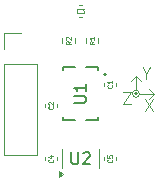
<source format=gbr>
%TF.GenerationSoftware,KiCad,Pcbnew,9.0.2*%
%TF.CreationDate,2026-01-04T09:32:38+09:00*%
%TF.ProjectId,BMI088,424d4930-3838-42e6-9b69-6361645f7063,rev?*%
%TF.SameCoordinates,Original*%
%TF.FileFunction,Legend,Top*%
%TF.FilePolarity,Positive*%
%FSLAX46Y46*%
G04 Gerber Fmt 4.6, Leading zero omitted, Abs format (unit mm)*
G04 Created by KiCad (PCBNEW 9.0.2) date 2026-01-04 09:32:38*
%MOMM*%
%LPD*%
G01*
G04 APERTURE LIST*
%ADD10C,0.100000*%
%ADD11C,0.150000*%
%ADD12C,0.060000*%
%ADD13C,0.200000*%
%ADD14C,0.127000*%
%ADD15C,0.120000*%
G04 APERTURE END LIST*
D10*
X110108646Y-58872419D02*
X110775312Y-58872419D01*
X110775312Y-58872419D02*
X110108646Y-59872419D01*
X110108646Y-59872419D02*
X110775312Y-59872419D01*
D11*
X111275000Y-59000000D02*
G75*
G02*
X111125000Y-59000000I-75000J0D01*
G01*
X111125000Y-59000000D02*
G75*
G02*
X111275000Y-59000000I75000J0D01*
G01*
D10*
X111500000Y-59000000D02*
G75*
G02*
X110900000Y-59000000I-300000J0D01*
G01*
X110900000Y-59000000D02*
G75*
G02*
X111500000Y-59000000I300000J0D01*
G01*
X112094360Y-57296228D02*
X112094360Y-57772419D01*
X111761027Y-56772419D02*
X112094360Y-57296228D01*
X112094360Y-57296228D02*
X112427693Y-56772419D01*
X111200000Y-57500000D02*
X110800000Y-57900000D01*
X111200000Y-58700000D02*
X111200000Y-57500000D01*
X111200000Y-57500000D02*
X111600000Y-57900000D01*
X112008646Y-59472419D02*
X112675312Y-60472419D01*
X112675312Y-59472419D02*
X112008646Y-60472419D01*
X112700000Y-59000000D02*
X112300000Y-58600000D01*
X112700000Y-59000000D02*
X112300000Y-59400000D01*
X111500000Y-59000000D02*
X112700000Y-59000000D01*
D11*
X105954819Y-59761904D02*
X106764342Y-59761904D01*
X106764342Y-59761904D02*
X106859580Y-59714285D01*
X106859580Y-59714285D02*
X106907200Y-59666666D01*
X106907200Y-59666666D02*
X106954819Y-59571428D01*
X106954819Y-59571428D02*
X106954819Y-59380952D01*
X106954819Y-59380952D02*
X106907200Y-59285714D01*
X106907200Y-59285714D02*
X106859580Y-59238095D01*
X106859580Y-59238095D02*
X106764342Y-59190476D01*
X106764342Y-59190476D02*
X105954819Y-59190476D01*
X106954819Y-58190476D02*
X106954819Y-58761904D01*
X106954819Y-58476190D02*
X105954819Y-58476190D01*
X105954819Y-58476190D02*
X106097676Y-58571428D01*
X106097676Y-58571428D02*
X106192914Y-58666666D01*
X106192914Y-58666666D02*
X106240533Y-58761904D01*
D12*
X109143832Y-64566666D02*
X109162880Y-64585714D01*
X109162880Y-64585714D02*
X109181927Y-64642856D01*
X109181927Y-64642856D02*
X109181927Y-64680952D01*
X109181927Y-64680952D02*
X109162880Y-64738095D01*
X109162880Y-64738095D02*
X109124784Y-64776190D01*
X109124784Y-64776190D02*
X109086689Y-64795237D01*
X109086689Y-64795237D02*
X109010499Y-64814285D01*
X109010499Y-64814285D02*
X108953356Y-64814285D01*
X108953356Y-64814285D02*
X108877165Y-64795237D01*
X108877165Y-64795237D02*
X108839070Y-64776190D01*
X108839070Y-64776190D02*
X108800975Y-64738095D01*
X108800975Y-64738095D02*
X108781927Y-64680952D01*
X108781927Y-64680952D02*
X108781927Y-64642856D01*
X108781927Y-64642856D02*
X108800975Y-64585714D01*
X108800975Y-64585714D02*
X108820022Y-64566666D01*
X108781927Y-64204761D02*
X108781927Y-64395237D01*
X108781927Y-64395237D02*
X108972403Y-64414285D01*
X108972403Y-64414285D02*
X108953356Y-64395237D01*
X108953356Y-64395237D02*
X108934308Y-64357142D01*
X108934308Y-64357142D02*
X108934308Y-64261904D01*
X108934308Y-64261904D02*
X108953356Y-64223809D01*
X108953356Y-64223809D02*
X108972403Y-64204761D01*
X108972403Y-64204761D02*
X109010499Y-64185714D01*
X109010499Y-64185714D02*
X109105737Y-64185714D01*
X109105737Y-64185714D02*
X109143832Y-64204761D01*
X109143832Y-64204761D02*
X109162880Y-64223809D01*
X109162880Y-64223809D02*
X109181927Y-64261904D01*
X109181927Y-64261904D02*
X109181927Y-64357142D01*
X109181927Y-64357142D02*
X109162880Y-64395237D01*
X109162880Y-64395237D02*
X109143832Y-64414285D01*
X104143832Y-64566666D02*
X104162880Y-64585714D01*
X104162880Y-64585714D02*
X104181927Y-64642856D01*
X104181927Y-64642856D02*
X104181927Y-64680952D01*
X104181927Y-64680952D02*
X104162880Y-64738095D01*
X104162880Y-64738095D02*
X104124784Y-64776190D01*
X104124784Y-64776190D02*
X104086689Y-64795237D01*
X104086689Y-64795237D02*
X104010499Y-64814285D01*
X104010499Y-64814285D02*
X103953356Y-64814285D01*
X103953356Y-64814285D02*
X103877165Y-64795237D01*
X103877165Y-64795237D02*
X103839070Y-64776190D01*
X103839070Y-64776190D02*
X103800975Y-64738095D01*
X103800975Y-64738095D02*
X103781927Y-64680952D01*
X103781927Y-64680952D02*
X103781927Y-64642856D01*
X103781927Y-64642856D02*
X103800975Y-64585714D01*
X103800975Y-64585714D02*
X103820022Y-64566666D01*
X103915260Y-64223809D02*
X104181927Y-64223809D01*
X103762880Y-64319047D02*
X104048594Y-64414285D01*
X104048594Y-64414285D02*
X104048594Y-64166666D01*
X106433333Y-52143832D02*
X106414285Y-52162880D01*
X106414285Y-52162880D02*
X106357143Y-52181927D01*
X106357143Y-52181927D02*
X106319047Y-52181927D01*
X106319047Y-52181927D02*
X106261904Y-52162880D01*
X106261904Y-52162880D02*
X106223809Y-52124784D01*
X106223809Y-52124784D02*
X106204762Y-52086689D01*
X106204762Y-52086689D02*
X106185714Y-52010499D01*
X106185714Y-52010499D02*
X106185714Y-51953356D01*
X106185714Y-51953356D02*
X106204762Y-51877165D01*
X106204762Y-51877165D02*
X106223809Y-51839070D01*
X106223809Y-51839070D02*
X106261904Y-51800975D01*
X106261904Y-51800975D02*
X106319047Y-51781927D01*
X106319047Y-51781927D02*
X106357143Y-51781927D01*
X106357143Y-51781927D02*
X106414285Y-51800975D01*
X106414285Y-51800975D02*
X106433333Y-51820022D01*
X106566666Y-51781927D02*
X106814285Y-51781927D01*
X106814285Y-51781927D02*
X106680952Y-51934308D01*
X106680952Y-51934308D02*
X106738095Y-51934308D01*
X106738095Y-51934308D02*
X106776190Y-51953356D01*
X106776190Y-51953356D02*
X106795238Y-51972403D01*
X106795238Y-51972403D02*
X106814285Y-52010499D01*
X106814285Y-52010499D02*
X106814285Y-52105737D01*
X106814285Y-52105737D02*
X106795238Y-52143832D01*
X106795238Y-52143832D02*
X106776190Y-52162880D01*
X106776190Y-52162880D02*
X106738095Y-52181927D01*
X106738095Y-52181927D02*
X106623809Y-52181927D01*
X106623809Y-52181927D02*
X106585714Y-52162880D01*
X106585714Y-52162880D02*
X106566666Y-52143832D01*
X104143832Y-60066666D02*
X104162880Y-60085714D01*
X104162880Y-60085714D02*
X104181927Y-60142856D01*
X104181927Y-60142856D02*
X104181927Y-60180952D01*
X104181927Y-60180952D02*
X104162880Y-60238095D01*
X104162880Y-60238095D02*
X104124784Y-60276190D01*
X104124784Y-60276190D02*
X104086689Y-60295237D01*
X104086689Y-60295237D02*
X104010499Y-60314285D01*
X104010499Y-60314285D02*
X103953356Y-60314285D01*
X103953356Y-60314285D02*
X103877165Y-60295237D01*
X103877165Y-60295237D02*
X103839070Y-60276190D01*
X103839070Y-60276190D02*
X103800975Y-60238095D01*
X103800975Y-60238095D02*
X103781927Y-60180952D01*
X103781927Y-60180952D02*
X103781927Y-60142856D01*
X103781927Y-60142856D02*
X103800975Y-60085714D01*
X103800975Y-60085714D02*
X103820022Y-60066666D01*
X103820022Y-59914285D02*
X103800975Y-59895237D01*
X103800975Y-59895237D02*
X103781927Y-59857142D01*
X103781927Y-59857142D02*
X103781927Y-59761904D01*
X103781927Y-59761904D02*
X103800975Y-59723809D01*
X103800975Y-59723809D02*
X103820022Y-59704761D01*
X103820022Y-59704761D02*
X103858118Y-59685714D01*
X103858118Y-59685714D02*
X103896213Y-59685714D01*
X103896213Y-59685714D02*
X103953356Y-59704761D01*
X103953356Y-59704761D02*
X104181927Y-59933333D01*
X104181927Y-59933333D02*
X104181927Y-59685714D01*
X109143832Y-58266666D02*
X109162880Y-58285714D01*
X109162880Y-58285714D02*
X109181927Y-58342856D01*
X109181927Y-58342856D02*
X109181927Y-58380952D01*
X109181927Y-58380952D02*
X109162880Y-58438095D01*
X109162880Y-58438095D02*
X109124784Y-58476190D01*
X109124784Y-58476190D02*
X109086689Y-58495237D01*
X109086689Y-58495237D02*
X109010499Y-58514285D01*
X109010499Y-58514285D02*
X108953356Y-58514285D01*
X108953356Y-58514285D02*
X108877165Y-58495237D01*
X108877165Y-58495237D02*
X108839070Y-58476190D01*
X108839070Y-58476190D02*
X108800975Y-58438095D01*
X108800975Y-58438095D02*
X108781927Y-58380952D01*
X108781927Y-58380952D02*
X108781927Y-58342856D01*
X108781927Y-58342856D02*
X108800975Y-58285714D01*
X108800975Y-58285714D02*
X108820022Y-58266666D01*
X109181927Y-57885714D02*
X109181927Y-58114285D01*
X109181927Y-57999999D02*
X108781927Y-57999999D01*
X108781927Y-57999999D02*
X108839070Y-58038095D01*
X108839070Y-58038095D02*
X108877165Y-58076190D01*
X108877165Y-58076190D02*
X108896213Y-58114285D01*
D11*
X105738095Y-63954819D02*
X105738095Y-64764342D01*
X105738095Y-64764342D02*
X105785714Y-64859580D01*
X105785714Y-64859580D02*
X105833333Y-64907200D01*
X105833333Y-64907200D02*
X105928571Y-64954819D01*
X105928571Y-64954819D02*
X106119047Y-64954819D01*
X106119047Y-64954819D02*
X106214285Y-64907200D01*
X106214285Y-64907200D02*
X106261904Y-64859580D01*
X106261904Y-64859580D02*
X106309523Y-64764342D01*
X106309523Y-64764342D02*
X106309523Y-63954819D01*
X106738095Y-64050057D02*
X106785714Y-64002438D01*
X106785714Y-64002438D02*
X106880952Y-63954819D01*
X106880952Y-63954819D02*
X107119047Y-63954819D01*
X107119047Y-63954819D02*
X107214285Y-64002438D01*
X107214285Y-64002438D02*
X107261904Y-64050057D01*
X107261904Y-64050057D02*
X107309523Y-64145295D01*
X107309523Y-64145295D02*
X107309523Y-64240533D01*
X107309523Y-64240533D02*
X107261904Y-64383390D01*
X107261904Y-64383390D02*
X106690476Y-64954819D01*
X106690476Y-64954819D02*
X107309523Y-64954819D01*
D12*
X105681927Y-54566666D02*
X105491451Y-54699999D01*
X105681927Y-54795237D02*
X105281927Y-54795237D01*
X105281927Y-54795237D02*
X105281927Y-54642856D01*
X105281927Y-54642856D02*
X105300975Y-54604761D01*
X105300975Y-54604761D02*
X105320022Y-54585714D01*
X105320022Y-54585714D02*
X105358118Y-54566666D01*
X105358118Y-54566666D02*
X105415260Y-54566666D01*
X105415260Y-54566666D02*
X105453356Y-54585714D01*
X105453356Y-54585714D02*
X105472403Y-54604761D01*
X105472403Y-54604761D02*
X105491451Y-54642856D01*
X105491451Y-54642856D02*
X105491451Y-54795237D01*
X105320022Y-54414285D02*
X105300975Y-54395237D01*
X105300975Y-54395237D02*
X105281927Y-54357142D01*
X105281927Y-54357142D02*
X105281927Y-54261904D01*
X105281927Y-54261904D02*
X105300975Y-54223809D01*
X105300975Y-54223809D02*
X105320022Y-54204761D01*
X105320022Y-54204761D02*
X105358118Y-54185714D01*
X105358118Y-54185714D02*
X105396213Y-54185714D01*
X105396213Y-54185714D02*
X105453356Y-54204761D01*
X105453356Y-54204761D02*
X105681927Y-54433333D01*
X105681927Y-54433333D02*
X105681927Y-54185714D01*
X107681927Y-54566666D02*
X107491451Y-54699999D01*
X107681927Y-54795237D02*
X107281927Y-54795237D01*
X107281927Y-54795237D02*
X107281927Y-54642856D01*
X107281927Y-54642856D02*
X107300975Y-54604761D01*
X107300975Y-54604761D02*
X107320022Y-54585714D01*
X107320022Y-54585714D02*
X107358118Y-54566666D01*
X107358118Y-54566666D02*
X107415260Y-54566666D01*
X107415260Y-54566666D02*
X107453356Y-54585714D01*
X107453356Y-54585714D02*
X107472403Y-54604761D01*
X107472403Y-54604761D02*
X107491451Y-54642856D01*
X107491451Y-54642856D02*
X107491451Y-54795237D01*
X107681927Y-54185714D02*
X107681927Y-54414285D01*
X107681927Y-54299999D02*
X107281927Y-54299999D01*
X107281927Y-54299999D02*
X107339070Y-54338095D01*
X107339070Y-54338095D02*
X107377165Y-54376190D01*
X107377165Y-54376190D02*
X107396213Y-54414285D01*
D13*
%TO.C,U1*%
X108700000Y-57371000D02*
G75*
G02*
X108500000Y-57371000I-100000J0D01*
G01*
X108500000Y-57371000D02*
G75*
G02*
X108700000Y-57371000I100000J0D01*
G01*
D14*
X108000000Y-56750000D02*
X108000000Y-57000000D01*
X107000000Y-56750000D02*
X108000000Y-56750000D01*
X105000000Y-56750000D02*
X106000000Y-56750000D01*
X105000000Y-57000000D02*
X105000000Y-56750000D01*
X105000000Y-61250000D02*
X105000000Y-61000000D01*
X106000000Y-61250000D02*
X105000000Y-61250000D01*
X108000000Y-61250000D02*
X108000000Y-61000000D01*
X107000000Y-61250000D02*
X108000000Y-61250000D01*
D15*
%TO.C,C5*%
X109510000Y-64359420D02*
X109510000Y-64640580D01*
X108490000Y-64359420D02*
X108490000Y-64640580D01*
%TO.C,C4*%
X103490000Y-64640580D02*
X103490000Y-64359420D01*
X104510000Y-64640580D02*
X104510000Y-64359420D01*
%TO.C,C3*%
X106359420Y-51490000D02*
X106640580Y-51490000D01*
X106359420Y-52510000D02*
X106640580Y-52510000D01*
%TO.C,C2*%
X104510000Y-59859420D02*
X104510000Y-60140580D01*
X103490000Y-59859420D02*
X103490000Y-60140580D01*
%TO.C,C1*%
X108490000Y-58340580D02*
X108490000Y-58059420D01*
X109510000Y-58340580D02*
X109510000Y-58059420D01*
%TO.C,J1*%
X100070000Y-53810000D02*
X101450000Y-53810000D01*
X100070000Y-55190000D02*
X100070000Y-53810000D01*
X100070000Y-56460000D02*
X100070000Y-64190000D01*
X100070000Y-56460000D02*
X102830000Y-56460000D01*
X100070000Y-64190000D02*
X102830000Y-64190000D01*
X102830000Y-56460000D02*
X102830000Y-64190000D01*
%TO.C,U2*%
X104940000Y-64500000D02*
X104940000Y-65300000D01*
X104940000Y-64500000D02*
X104940000Y-63700000D01*
X108060000Y-64500000D02*
X108060000Y-65300000D01*
X108060000Y-64500000D02*
X108060000Y-63700000D01*
X104990000Y-65800000D02*
X104660000Y-66040000D01*
X104660000Y-65560000D01*
X104990000Y-65800000D01*
G36*
X104990000Y-65800000D02*
G01*
X104660000Y-66040000D01*
X104660000Y-65560000D01*
X104990000Y-65800000D01*
G37*
%TO.C,R2*%
X106022500Y-54262742D02*
X106022500Y-54737258D01*
X104977500Y-54262742D02*
X104977500Y-54737258D01*
%TO.C,R1*%
X108022500Y-54262742D02*
X108022500Y-54737258D01*
X106977500Y-54262742D02*
X106977500Y-54737258D01*
%TD*%
M02*

</source>
